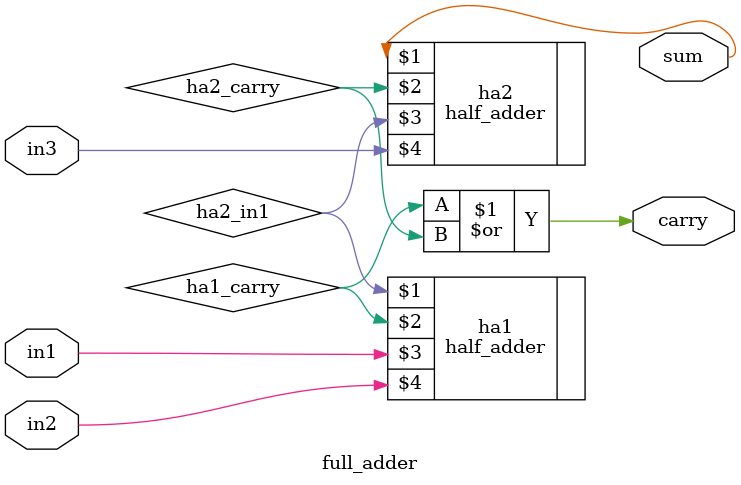
<source format=v>
module full_adder(sum, carry, in1, in2, in3);
    input in1, in2, in3;
    output sum, carry;

    half_adder ha1 (ha2_in1, ha1_carry, in1, in2);
    half_adder ha2 (sum, ha2_carry, ha2_in1, in3);
    or or1 (carry, ha1_carry, ha2_carry);
endmodule
</source>
